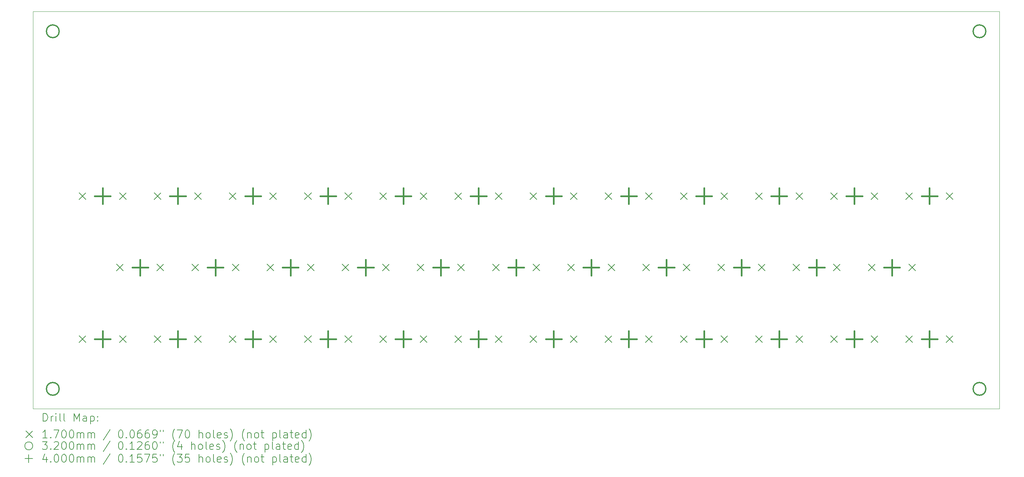
<source format=gbr>
%TF.GenerationSoftware,KiCad,Pcbnew,7.0.7-7.0.7~ubuntu22.04.1*%
%TF.CreationDate,2023-09-15T11:44:27+02:00*%
%TF.ProjectId,ek_right_hand_35_buttons,656b5f72-6967-4687-945f-68616e645f33,1.0*%
%TF.SameCoordinates,Original*%
%TF.FileFunction,Drillmap*%
%TF.FilePolarity,Positive*%
%FSLAX45Y45*%
G04 Gerber Fmt 4.5, Leading zero omitted, Abs format (unit mm)*
G04 Created by KiCad (PCBNEW 7.0.7-7.0.7~ubuntu22.04.1) date 2023-09-15 11:44:27*
%MOMM*%
%LPD*%
G01*
G04 APERTURE LIST*
%ADD10C,0.100000*%
%ADD11C,0.200000*%
%ADD12C,0.170000*%
%ADD13C,0.320000*%
%ADD14C,0.400000*%
G04 APERTURE END LIST*
D10*
X2213000Y-2900000D02*
X26513000Y-2900000D01*
X26513000Y-12900000D01*
X2213000Y-12900000D01*
X2213000Y-2900000D01*
D11*
D12*
X3372500Y-7462500D02*
X3542500Y-7632500D01*
X3542500Y-7462500D02*
X3372500Y-7632500D01*
X3372500Y-11062500D02*
X3542500Y-11232500D01*
X3542500Y-11062500D02*
X3372500Y-11232500D01*
X4317500Y-9262500D02*
X4487500Y-9432500D01*
X4487500Y-9262500D02*
X4317500Y-9432500D01*
X4388500Y-7462500D02*
X4558500Y-7632500D01*
X4558500Y-7462500D02*
X4388500Y-7632500D01*
X4388500Y-11062500D02*
X4558500Y-11232500D01*
X4558500Y-11062500D02*
X4388500Y-11232500D01*
X5262500Y-7462500D02*
X5432500Y-7632500D01*
X5432500Y-7462500D02*
X5262500Y-7632500D01*
X5262500Y-11062500D02*
X5432500Y-11232500D01*
X5432500Y-11062500D02*
X5262500Y-11232500D01*
X5333500Y-9262500D02*
X5503500Y-9432500D01*
X5503500Y-9262500D02*
X5333500Y-9432500D01*
X6207500Y-9262500D02*
X6377500Y-9432500D01*
X6377500Y-9262500D02*
X6207500Y-9432500D01*
X6278500Y-7462500D02*
X6448500Y-7632500D01*
X6448500Y-7462500D02*
X6278500Y-7632500D01*
X6278500Y-11062500D02*
X6448500Y-11232500D01*
X6448500Y-11062500D02*
X6278500Y-11232500D01*
X7152500Y-7462500D02*
X7322500Y-7632500D01*
X7322500Y-7462500D02*
X7152500Y-7632500D01*
X7152500Y-11062500D02*
X7322500Y-11232500D01*
X7322500Y-11062500D02*
X7152500Y-11232500D01*
X7223500Y-9262500D02*
X7393500Y-9432500D01*
X7393500Y-9262500D02*
X7223500Y-9432500D01*
X8097500Y-9262500D02*
X8267500Y-9432500D01*
X8267500Y-9262500D02*
X8097500Y-9432500D01*
X8168500Y-7462500D02*
X8338500Y-7632500D01*
X8338500Y-7462500D02*
X8168500Y-7632500D01*
X8168500Y-11062500D02*
X8338500Y-11232500D01*
X8338500Y-11062500D02*
X8168500Y-11232500D01*
X9042500Y-7462500D02*
X9212500Y-7632500D01*
X9212500Y-7462500D02*
X9042500Y-7632500D01*
X9042500Y-11062500D02*
X9212500Y-11232500D01*
X9212500Y-11062500D02*
X9042500Y-11232500D01*
X9113500Y-9262500D02*
X9283500Y-9432500D01*
X9283500Y-9262500D02*
X9113500Y-9432500D01*
X9987500Y-9262500D02*
X10157500Y-9432500D01*
X10157500Y-9262500D02*
X9987500Y-9432500D01*
X10058500Y-7462500D02*
X10228500Y-7632500D01*
X10228500Y-7462500D02*
X10058500Y-7632500D01*
X10058500Y-11062500D02*
X10228500Y-11232500D01*
X10228500Y-11062500D02*
X10058500Y-11232500D01*
X10932500Y-7462500D02*
X11102500Y-7632500D01*
X11102500Y-7462500D02*
X10932500Y-7632500D01*
X10932500Y-11062500D02*
X11102500Y-11232500D01*
X11102500Y-11062500D02*
X10932500Y-11232500D01*
X11003500Y-9262500D02*
X11173500Y-9432500D01*
X11173500Y-9262500D02*
X11003500Y-9432500D01*
X11877500Y-9262500D02*
X12047500Y-9432500D01*
X12047500Y-9262500D02*
X11877500Y-9432500D01*
X11948500Y-7462500D02*
X12118500Y-7632500D01*
X12118500Y-7462500D02*
X11948500Y-7632500D01*
X11948500Y-11062500D02*
X12118500Y-11232500D01*
X12118500Y-11062500D02*
X11948500Y-11232500D01*
X12822500Y-7462500D02*
X12992500Y-7632500D01*
X12992500Y-7462500D02*
X12822500Y-7632500D01*
X12822500Y-11062500D02*
X12992500Y-11232500D01*
X12992500Y-11062500D02*
X12822500Y-11232500D01*
X12893500Y-9262500D02*
X13063500Y-9432500D01*
X13063500Y-9262500D02*
X12893500Y-9432500D01*
X13767500Y-9262500D02*
X13937500Y-9432500D01*
X13937500Y-9262500D02*
X13767500Y-9432500D01*
X13838500Y-7462500D02*
X14008500Y-7632500D01*
X14008500Y-7462500D02*
X13838500Y-7632500D01*
X13838500Y-11062500D02*
X14008500Y-11232500D01*
X14008500Y-11062500D02*
X13838500Y-11232500D01*
X14712500Y-7462500D02*
X14882500Y-7632500D01*
X14882500Y-7462500D02*
X14712500Y-7632500D01*
X14712500Y-11062500D02*
X14882500Y-11232500D01*
X14882500Y-11062500D02*
X14712500Y-11232500D01*
X14783500Y-9262500D02*
X14953500Y-9432500D01*
X14953500Y-9262500D02*
X14783500Y-9432500D01*
X15657500Y-9262500D02*
X15827500Y-9432500D01*
X15827500Y-9262500D02*
X15657500Y-9432500D01*
X15728500Y-7462500D02*
X15898500Y-7632500D01*
X15898500Y-7462500D02*
X15728500Y-7632500D01*
X15728500Y-11062500D02*
X15898500Y-11232500D01*
X15898500Y-11062500D02*
X15728500Y-11232500D01*
X16602500Y-7462500D02*
X16772500Y-7632500D01*
X16772500Y-7462500D02*
X16602500Y-7632500D01*
X16602500Y-11062500D02*
X16772500Y-11232500D01*
X16772500Y-11062500D02*
X16602500Y-11232500D01*
X16673500Y-9262500D02*
X16843500Y-9432500D01*
X16843500Y-9262500D02*
X16673500Y-9432500D01*
X17547500Y-9262500D02*
X17717500Y-9432500D01*
X17717500Y-9262500D02*
X17547500Y-9432500D01*
X17618500Y-7462500D02*
X17788500Y-7632500D01*
X17788500Y-7462500D02*
X17618500Y-7632500D01*
X17618500Y-11062500D02*
X17788500Y-11232500D01*
X17788500Y-11062500D02*
X17618500Y-11232500D01*
X18492500Y-7462500D02*
X18662500Y-7632500D01*
X18662500Y-7462500D02*
X18492500Y-7632500D01*
X18492500Y-11062500D02*
X18662500Y-11232500D01*
X18662500Y-11062500D02*
X18492500Y-11232500D01*
X18563500Y-9262500D02*
X18733500Y-9432500D01*
X18733500Y-9262500D02*
X18563500Y-9432500D01*
X19437500Y-9262500D02*
X19607500Y-9432500D01*
X19607500Y-9262500D02*
X19437500Y-9432500D01*
X19508500Y-7462500D02*
X19678500Y-7632500D01*
X19678500Y-7462500D02*
X19508500Y-7632500D01*
X19508500Y-11062500D02*
X19678500Y-11232500D01*
X19678500Y-11062500D02*
X19508500Y-11232500D01*
X20382500Y-7462500D02*
X20552500Y-7632500D01*
X20552500Y-7462500D02*
X20382500Y-7632500D01*
X20382500Y-11062500D02*
X20552500Y-11232500D01*
X20552500Y-11062500D02*
X20382500Y-11232500D01*
X20453500Y-9262500D02*
X20623500Y-9432500D01*
X20623500Y-9262500D02*
X20453500Y-9432500D01*
X21327500Y-9262500D02*
X21497500Y-9432500D01*
X21497500Y-9262500D02*
X21327500Y-9432500D01*
X21398500Y-7462500D02*
X21568500Y-7632500D01*
X21568500Y-7462500D02*
X21398500Y-7632500D01*
X21398500Y-11062500D02*
X21568500Y-11232500D01*
X21568500Y-11062500D02*
X21398500Y-11232500D01*
X22272500Y-7462500D02*
X22442500Y-7632500D01*
X22442500Y-7462500D02*
X22272500Y-7632500D01*
X22272500Y-11062500D02*
X22442500Y-11232500D01*
X22442500Y-11062500D02*
X22272500Y-11232500D01*
X22343500Y-9262500D02*
X22513500Y-9432500D01*
X22513500Y-9262500D02*
X22343500Y-9432500D01*
X23217500Y-9262500D02*
X23387500Y-9432500D01*
X23387500Y-9262500D02*
X23217500Y-9432500D01*
X23288500Y-7462500D02*
X23458500Y-7632500D01*
X23458500Y-7462500D02*
X23288500Y-7632500D01*
X23288500Y-11062500D02*
X23458500Y-11232500D01*
X23458500Y-11062500D02*
X23288500Y-11232500D01*
X24162500Y-7462500D02*
X24332500Y-7632500D01*
X24332500Y-7462500D02*
X24162500Y-7632500D01*
X24162500Y-11062500D02*
X24332500Y-11232500D01*
X24332500Y-11062500D02*
X24162500Y-11232500D01*
X24233500Y-9262500D02*
X24403500Y-9432500D01*
X24403500Y-9262500D02*
X24233500Y-9432500D01*
X25178500Y-7462500D02*
X25348500Y-7632500D01*
X25348500Y-7462500D02*
X25178500Y-7632500D01*
X25178500Y-11062500D02*
X25348500Y-11232500D01*
X25348500Y-11062500D02*
X25178500Y-11232500D01*
D13*
X2873000Y-3400000D02*
G75*
G03*
X2873000Y-3400000I-160000J0D01*
G01*
X2873000Y-12400000D02*
G75*
G03*
X2873000Y-12400000I-160000J0D01*
G01*
X26173000Y-3400000D02*
G75*
G03*
X26173000Y-3400000I-160000J0D01*
G01*
X26173000Y-12400000D02*
G75*
G03*
X26173000Y-12400000I-160000J0D01*
G01*
D14*
X3965500Y-7347500D02*
X3965500Y-7747500D01*
X3765500Y-7547500D02*
X4165500Y-7547500D01*
X3965500Y-10947500D02*
X3965500Y-11347500D01*
X3765500Y-11147500D02*
X4165500Y-11147500D01*
X4910500Y-9147500D02*
X4910500Y-9547500D01*
X4710500Y-9347500D02*
X5110500Y-9347500D01*
X5855500Y-7347500D02*
X5855500Y-7747500D01*
X5655500Y-7547500D02*
X6055500Y-7547500D01*
X5855500Y-10947500D02*
X5855500Y-11347500D01*
X5655500Y-11147500D02*
X6055500Y-11147500D01*
X6800500Y-9147500D02*
X6800500Y-9547500D01*
X6600500Y-9347500D02*
X7000500Y-9347500D01*
X7745500Y-7347500D02*
X7745500Y-7747500D01*
X7545500Y-7547500D02*
X7945500Y-7547500D01*
X7745500Y-10947500D02*
X7745500Y-11347500D01*
X7545500Y-11147500D02*
X7945500Y-11147500D01*
X8690500Y-9147500D02*
X8690500Y-9547500D01*
X8490500Y-9347500D02*
X8890500Y-9347500D01*
X9635500Y-7347500D02*
X9635500Y-7747500D01*
X9435500Y-7547500D02*
X9835500Y-7547500D01*
X9635500Y-10947500D02*
X9635500Y-11347500D01*
X9435500Y-11147500D02*
X9835500Y-11147500D01*
X10580500Y-9147500D02*
X10580500Y-9547500D01*
X10380500Y-9347500D02*
X10780500Y-9347500D01*
X11525500Y-7347500D02*
X11525500Y-7747500D01*
X11325500Y-7547500D02*
X11725500Y-7547500D01*
X11525500Y-10947500D02*
X11525500Y-11347500D01*
X11325500Y-11147500D02*
X11725500Y-11147500D01*
X12470500Y-9147500D02*
X12470500Y-9547500D01*
X12270500Y-9347500D02*
X12670500Y-9347500D01*
X13415500Y-7347500D02*
X13415500Y-7747500D01*
X13215500Y-7547500D02*
X13615500Y-7547500D01*
X13415500Y-10947500D02*
X13415500Y-11347500D01*
X13215500Y-11147500D02*
X13615500Y-11147500D01*
X14360500Y-9147500D02*
X14360500Y-9547500D01*
X14160500Y-9347500D02*
X14560500Y-9347500D01*
X15305500Y-7347500D02*
X15305500Y-7747500D01*
X15105500Y-7547500D02*
X15505500Y-7547500D01*
X15305500Y-10947500D02*
X15305500Y-11347500D01*
X15105500Y-11147500D02*
X15505500Y-11147500D01*
X16250500Y-9147500D02*
X16250500Y-9547500D01*
X16050500Y-9347500D02*
X16450500Y-9347500D01*
X17195500Y-7347500D02*
X17195500Y-7747500D01*
X16995500Y-7547500D02*
X17395500Y-7547500D01*
X17195500Y-10947500D02*
X17195500Y-11347500D01*
X16995500Y-11147500D02*
X17395500Y-11147500D01*
X18140500Y-9147500D02*
X18140500Y-9547500D01*
X17940500Y-9347500D02*
X18340500Y-9347500D01*
X19085500Y-7347500D02*
X19085500Y-7747500D01*
X18885500Y-7547500D02*
X19285500Y-7547500D01*
X19085500Y-10947500D02*
X19085500Y-11347500D01*
X18885500Y-11147500D02*
X19285500Y-11147500D01*
X20030500Y-9147500D02*
X20030500Y-9547500D01*
X19830500Y-9347500D02*
X20230500Y-9347500D01*
X20975500Y-7347500D02*
X20975500Y-7747500D01*
X20775500Y-7547500D02*
X21175500Y-7547500D01*
X20975500Y-10947500D02*
X20975500Y-11347500D01*
X20775500Y-11147500D02*
X21175500Y-11147500D01*
X21920500Y-9147500D02*
X21920500Y-9547500D01*
X21720500Y-9347500D02*
X22120500Y-9347500D01*
X22865500Y-7347500D02*
X22865500Y-7747500D01*
X22665500Y-7547500D02*
X23065500Y-7547500D01*
X22865500Y-10947500D02*
X22865500Y-11347500D01*
X22665500Y-11147500D02*
X23065500Y-11147500D01*
X23810500Y-9147500D02*
X23810500Y-9547500D01*
X23610500Y-9347500D02*
X24010500Y-9347500D01*
X24755500Y-7347500D02*
X24755500Y-7747500D01*
X24555500Y-7547500D02*
X24955500Y-7547500D01*
X24755500Y-10947500D02*
X24755500Y-11347500D01*
X24555500Y-11147500D02*
X24955500Y-11147500D01*
D11*
X2468777Y-13216484D02*
X2468777Y-13016484D01*
X2468777Y-13016484D02*
X2516396Y-13016484D01*
X2516396Y-13016484D02*
X2544967Y-13026008D01*
X2544967Y-13026008D02*
X2564015Y-13045055D01*
X2564015Y-13045055D02*
X2573539Y-13064103D01*
X2573539Y-13064103D02*
X2583063Y-13102198D01*
X2583063Y-13102198D02*
X2583063Y-13130769D01*
X2583063Y-13130769D02*
X2573539Y-13168865D01*
X2573539Y-13168865D02*
X2564015Y-13187912D01*
X2564015Y-13187912D02*
X2544967Y-13206960D01*
X2544967Y-13206960D02*
X2516396Y-13216484D01*
X2516396Y-13216484D02*
X2468777Y-13216484D01*
X2668777Y-13216484D02*
X2668777Y-13083150D01*
X2668777Y-13121246D02*
X2678301Y-13102198D01*
X2678301Y-13102198D02*
X2687824Y-13092674D01*
X2687824Y-13092674D02*
X2706872Y-13083150D01*
X2706872Y-13083150D02*
X2725920Y-13083150D01*
X2792586Y-13216484D02*
X2792586Y-13083150D01*
X2792586Y-13016484D02*
X2783063Y-13026008D01*
X2783063Y-13026008D02*
X2792586Y-13035531D01*
X2792586Y-13035531D02*
X2802110Y-13026008D01*
X2802110Y-13026008D02*
X2792586Y-13016484D01*
X2792586Y-13016484D02*
X2792586Y-13035531D01*
X2916396Y-13216484D02*
X2897348Y-13206960D01*
X2897348Y-13206960D02*
X2887824Y-13187912D01*
X2887824Y-13187912D02*
X2887824Y-13016484D01*
X3021158Y-13216484D02*
X3002110Y-13206960D01*
X3002110Y-13206960D02*
X2992586Y-13187912D01*
X2992586Y-13187912D02*
X2992586Y-13016484D01*
X3249729Y-13216484D02*
X3249729Y-13016484D01*
X3249729Y-13016484D02*
X3316396Y-13159341D01*
X3316396Y-13159341D02*
X3383062Y-13016484D01*
X3383062Y-13016484D02*
X3383062Y-13216484D01*
X3564015Y-13216484D02*
X3564015Y-13111722D01*
X3564015Y-13111722D02*
X3554491Y-13092674D01*
X3554491Y-13092674D02*
X3535443Y-13083150D01*
X3535443Y-13083150D02*
X3497348Y-13083150D01*
X3497348Y-13083150D02*
X3478301Y-13092674D01*
X3564015Y-13206960D02*
X3544967Y-13216484D01*
X3544967Y-13216484D02*
X3497348Y-13216484D01*
X3497348Y-13216484D02*
X3478301Y-13206960D01*
X3478301Y-13206960D02*
X3468777Y-13187912D01*
X3468777Y-13187912D02*
X3468777Y-13168865D01*
X3468777Y-13168865D02*
X3478301Y-13149817D01*
X3478301Y-13149817D02*
X3497348Y-13140293D01*
X3497348Y-13140293D02*
X3544967Y-13140293D01*
X3544967Y-13140293D02*
X3564015Y-13130769D01*
X3659253Y-13083150D02*
X3659253Y-13283150D01*
X3659253Y-13092674D02*
X3678301Y-13083150D01*
X3678301Y-13083150D02*
X3716396Y-13083150D01*
X3716396Y-13083150D02*
X3735443Y-13092674D01*
X3735443Y-13092674D02*
X3744967Y-13102198D01*
X3744967Y-13102198D02*
X3754491Y-13121246D01*
X3754491Y-13121246D02*
X3754491Y-13178388D01*
X3754491Y-13178388D02*
X3744967Y-13197436D01*
X3744967Y-13197436D02*
X3735443Y-13206960D01*
X3735443Y-13206960D02*
X3716396Y-13216484D01*
X3716396Y-13216484D02*
X3678301Y-13216484D01*
X3678301Y-13216484D02*
X3659253Y-13206960D01*
X3840205Y-13197436D02*
X3849729Y-13206960D01*
X3849729Y-13206960D02*
X3840205Y-13216484D01*
X3840205Y-13216484D02*
X3830682Y-13206960D01*
X3830682Y-13206960D02*
X3840205Y-13197436D01*
X3840205Y-13197436D02*
X3840205Y-13216484D01*
X3840205Y-13092674D02*
X3849729Y-13102198D01*
X3849729Y-13102198D02*
X3840205Y-13111722D01*
X3840205Y-13111722D02*
X3830682Y-13102198D01*
X3830682Y-13102198D02*
X3840205Y-13092674D01*
X3840205Y-13092674D02*
X3840205Y-13111722D01*
D12*
X2038000Y-13460000D02*
X2208000Y-13630000D01*
X2208000Y-13460000D02*
X2038000Y-13630000D01*
D11*
X2573539Y-13636484D02*
X2459253Y-13636484D01*
X2516396Y-13636484D02*
X2516396Y-13436484D01*
X2516396Y-13436484D02*
X2497348Y-13465055D01*
X2497348Y-13465055D02*
X2478301Y-13484103D01*
X2478301Y-13484103D02*
X2459253Y-13493627D01*
X2659253Y-13617436D02*
X2668777Y-13626960D01*
X2668777Y-13626960D02*
X2659253Y-13636484D01*
X2659253Y-13636484D02*
X2649729Y-13626960D01*
X2649729Y-13626960D02*
X2659253Y-13617436D01*
X2659253Y-13617436D02*
X2659253Y-13636484D01*
X2735444Y-13436484D02*
X2868777Y-13436484D01*
X2868777Y-13436484D02*
X2783063Y-13636484D01*
X2983062Y-13436484D02*
X3002110Y-13436484D01*
X3002110Y-13436484D02*
X3021158Y-13446008D01*
X3021158Y-13446008D02*
X3030682Y-13455531D01*
X3030682Y-13455531D02*
X3040205Y-13474579D01*
X3040205Y-13474579D02*
X3049729Y-13512674D01*
X3049729Y-13512674D02*
X3049729Y-13560293D01*
X3049729Y-13560293D02*
X3040205Y-13598388D01*
X3040205Y-13598388D02*
X3030682Y-13617436D01*
X3030682Y-13617436D02*
X3021158Y-13626960D01*
X3021158Y-13626960D02*
X3002110Y-13636484D01*
X3002110Y-13636484D02*
X2983062Y-13636484D01*
X2983062Y-13636484D02*
X2964015Y-13626960D01*
X2964015Y-13626960D02*
X2954491Y-13617436D01*
X2954491Y-13617436D02*
X2944967Y-13598388D01*
X2944967Y-13598388D02*
X2935443Y-13560293D01*
X2935443Y-13560293D02*
X2935443Y-13512674D01*
X2935443Y-13512674D02*
X2944967Y-13474579D01*
X2944967Y-13474579D02*
X2954491Y-13455531D01*
X2954491Y-13455531D02*
X2964015Y-13446008D01*
X2964015Y-13446008D02*
X2983062Y-13436484D01*
X3173539Y-13436484D02*
X3192586Y-13436484D01*
X3192586Y-13436484D02*
X3211634Y-13446008D01*
X3211634Y-13446008D02*
X3221158Y-13455531D01*
X3221158Y-13455531D02*
X3230682Y-13474579D01*
X3230682Y-13474579D02*
X3240205Y-13512674D01*
X3240205Y-13512674D02*
X3240205Y-13560293D01*
X3240205Y-13560293D02*
X3230682Y-13598388D01*
X3230682Y-13598388D02*
X3221158Y-13617436D01*
X3221158Y-13617436D02*
X3211634Y-13626960D01*
X3211634Y-13626960D02*
X3192586Y-13636484D01*
X3192586Y-13636484D02*
X3173539Y-13636484D01*
X3173539Y-13636484D02*
X3154491Y-13626960D01*
X3154491Y-13626960D02*
X3144967Y-13617436D01*
X3144967Y-13617436D02*
X3135443Y-13598388D01*
X3135443Y-13598388D02*
X3125920Y-13560293D01*
X3125920Y-13560293D02*
X3125920Y-13512674D01*
X3125920Y-13512674D02*
X3135443Y-13474579D01*
X3135443Y-13474579D02*
X3144967Y-13455531D01*
X3144967Y-13455531D02*
X3154491Y-13446008D01*
X3154491Y-13446008D02*
X3173539Y-13436484D01*
X3325920Y-13636484D02*
X3325920Y-13503150D01*
X3325920Y-13522198D02*
X3335443Y-13512674D01*
X3335443Y-13512674D02*
X3354491Y-13503150D01*
X3354491Y-13503150D02*
X3383063Y-13503150D01*
X3383063Y-13503150D02*
X3402110Y-13512674D01*
X3402110Y-13512674D02*
X3411634Y-13531722D01*
X3411634Y-13531722D02*
X3411634Y-13636484D01*
X3411634Y-13531722D02*
X3421158Y-13512674D01*
X3421158Y-13512674D02*
X3440205Y-13503150D01*
X3440205Y-13503150D02*
X3468777Y-13503150D01*
X3468777Y-13503150D02*
X3487824Y-13512674D01*
X3487824Y-13512674D02*
X3497348Y-13531722D01*
X3497348Y-13531722D02*
X3497348Y-13636484D01*
X3592586Y-13636484D02*
X3592586Y-13503150D01*
X3592586Y-13522198D02*
X3602110Y-13512674D01*
X3602110Y-13512674D02*
X3621158Y-13503150D01*
X3621158Y-13503150D02*
X3649729Y-13503150D01*
X3649729Y-13503150D02*
X3668777Y-13512674D01*
X3668777Y-13512674D02*
X3678301Y-13531722D01*
X3678301Y-13531722D02*
X3678301Y-13636484D01*
X3678301Y-13531722D02*
X3687824Y-13512674D01*
X3687824Y-13512674D02*
X3706872Y-13503150D01*
X3706872Y-13503150D02*
X3735443Y-13503150D01*
X3735443Y-13503150D02*
X3754491Y-13512674D01*
X3754491Y-13512674D02*
X3764015Y-13531722D01*
X3764015Y-13531722D02*
X3764015Y-13636484D01*
X4154491Y-13426960D02*
X3983063Y-13684103D01*
X4411634Y-13436484D02*
X4430682Y-13436484D01*
X4430682Y-13436484D02*
X4449729Y-13446008D01*
X4449729Y-13446008D02*
X4459253Y-13455531D01*
X4459253Y-13455531D02*
X4468777Y-13474579D01*
X4468777Y-13474579D02*
X4478301Y-13512674D01*
X4478301Y-13512674D02*
X4478301Y-13560293D01*
X4478301Y-13560293D02*
X4468777Y-13598388D01*
X4468777Y-13598388D02*
X4459253Y-13617436D01*
X4459253Y-13617436D02*
X4449729Y-13626960D01*
X4449729Y-13626960D02*
X4430682Y-13636484D01*
X4430682Y-13636484D02*
X4411634Y-13636484D01*
X4411634Y-13636484D02*
X4392587Y-13626960D01*
X4392587Y-13626960D02*
X4383063Y-13617436D01*
X4383063Y-13617436D02*
X4373539Y-13598388D01*
X4373539Y-13598388D02*
X4364015Y-13560293D01*
X4364015Y-13560293D02*
X4364015Y-13512674D01*
X4364015Y-13512674D02*
X4373539Y-13474579D01*
X4373539Y-13474579D02*
X4383063Y-13455531D01*
X4383063Y-13455531D02*
X4392587Y-13446008D01*
X4392587Y-13446008D02*
X4411634Y-13436484D01*
X4564015Y-13617436D02*
X4573539Y-13626960D01*
X4573539Y-13626960D02*
X4564015Y-13636484D01*
X4564015Y-13636484D02*
X4554491Y-13626960D01*
X4554491Y-13626960D02*
X4564015Y-13617436D01*
X4564015Y-13617436D02*
X4564015Y-13636484D01*
X4697348Y-13436484D02*
X4716396Y-13436484D01*
X4716396Y-13436484D02*
X4735444Y-13446008D01*
X4735444Y-13446008D02*
X4744968Y-13455531D01*
X4744968Y-13455531D02*
X4754491Y-13474579D01*
X4754491Y-13474579D02*
X4764015Y-13512674D01*
X4764015Y-13512674D02*
X4764015Y-13560293D01*
X4764015Y-13560293D02*
X4754491Y-13598388D01*
X4754491Y-13598388D02*
X4744968Y-13617436D01*
X4744968Y-13617436D02*
X4735444Y-13626960D01*
X4735444Y-13626960D02*
X4716396Y-13636484D01*
X4716396Y-13636484D02*
X4697348Y-13636484D01*
X4697348Y-13636484D02*
X4678301Y-13626960D01*
X4678301Y-13626960D02*
X4668777Y-13617436D01*
X4668777Y-13617436D02*
X4659253Y-13598388D01*
X4659253Y-13598388D02*
X4649729Y-13560293D01*
X4649729Y-13560293D02*
X4649729Y-13512674D01*
X4649729Y-13512674D02*
X4659253Y-13474579D01*
X4659253Y-13474579D02*
X4668777Y-13455531D01*
X4668777Y-13455531D02*
X4678301Y-13446008D01*
X4678301Y-13446008D02*
X4697348Y-13436484D01*
X4935444Y-13436484D02*
X4897348Y-13436484D01*
X4897348Y-13436484D02*
X4878301Y-13446008D01*
X4878301Y-13446008D02*
X4868777Y-13455531D01*
X4868777Y-13455531D02*
X4849729Y-13484103D01*
X4849729Y-13484103D02*
X4840206Y-13522198D01*
X4840206Y-13522198D02*
X4840206Y-13598388D01*
X4840206Y-13598388D02*
X4849729Y-13617436D01*
X4849729Y-13617436D02*
X4859253Y-13626960D01*
X4859253Y-13626960D02*
X4878301Y-13636484D01*
X4878301Y-13636484D02*
X4916396Y-13636484D01*
X4916396Y-13636484D02*
X4935444Y-13626960D01*
X4935444Y-13626960D02*
X4944968Y-13617436D01*
X4944968Y-13617436D02*
X4954491Y-13598388D01*
X4954491Y-13598388D02*
X4954491Y-13550769D01*
X4954491Y-13550769D02*
X4944968Y-13531722D01*
X4944968Y-13531722D02*
X4935444Y-13522198D01*
X4935444Y-13522198D02*
X4916396Y-13512674D01*
X4916396Y-13512674D02*
X4878301Y-13512674D01*
X4878301Y-13512674D02*
X4859253Y-13522198D01*
X4859253Y-13522198D02*
X4849729Y-13531722D01*
X4849729Y-13531722D02*
X4840206Y-13550769D01*
X5125920Y-13436484D02*
X5087825Y-13436484D01*
X5087825Y-13436484D02*
X5068777Y-13446008D01*
X5068777Y-13446008D02*
X5059253Y-13455531D01*
X5059253Y-13455531D02*
X5040206Y-13484103D01*
X5040206Y-13484103D02*
X5030682Y-13522198D01*
X5030682Y-13522198D02*
X5030682Y-13598388D01*
X5030682Y-13598388D02*
X5040206Y-13617436D01*
X5040206Y-13617436D02*
X5049729Y-13626960D01*
X5049729Y-13626960D02*
X5068777Y-13636484D01*
X5068777Y-13636484D02*
X5106872Y-13636484D01*
X5106872Y-13636484D02*
X5125920Y-13626960D01*
X5125920Y-13626960D02*
X5135444Y-13617436D01*
X5135444Y-13617436D02*
X5144968Y-13598388D01*
X5144968Y-13598388D02*
X5144968Y-13550769D01*
X5144968Y-13550769D02*
X5135444Y-13531722D01*
X5135444Y-13531722D02*
X5125920Y-13522198D01*
X5125920Y-13522198D02*
X5106872Y-13512674D01*
X5106872Y-13512674D02*
X5068777Y-13512674D01*
X5068777Y-13512674D02*
X5049729Y-13522198D01*
X5049729Y-13522198D02*
X5040206Y-13531722D01*
X5040206Y-13531722D02*
X5030682Y-13550769D01*
X5240206Y-13636484D02*
X5278301Y-13636484D01*
X5278301Y-13636484D02*
X5297349Y-13626960D01*
X5297349Y-13626960D02*
X5306872Y-13617436D01*
X5306872Y-13617436D02*
X5325920Y-13588865D01*
X5325920Y-13588865D02*
X5335444Y-13550769D01*
X5335444Y-13550769D02*
X5335444Y-13474579D01*
X5335444Y-13474579D02*
X5325920Y-13455531D01*
X5325920Y-13455531D02*
X5316396Y-13446008D01*
X5316396Y-13446008D02*
X5297349Y-13436484D01*
X5297349Y-13436484D02*
X5259253Y-13436484D01*
X5259253Y-13436484D02*
X5240206Y-13446008D01*
X5240206Y-13446008D02*
X5230682Y-13455531D01*
X5230682Y-13455531D02*
X5221158Y-13474579D01*
X5221158Y-13474579D02*
X5221158Y-13522198D01*
X5221158Y-13522198D02*
X5230682Y-13541246D01*
X5230682Y-13541246D02*
X5240206Y-13550769D01*
X5240206Y-13550769D02*
X5259253Y-13560293D01*
X5259253Y-13560293D02*
X5297349Y-13560293D01*
X5297349Y-13560293D02*
X5316396Y-13550769D01*
X5316396Y-13550769D02*
X5325920Y-13541246D01*
X5325920Y-13541246D02*
X5335444Y-13522198D01*
X5411634Y-13436484D02*
X5411634Y-13474579D01*
X5487825Y-13436484D02*
X5487825Y-13474579D01*
X5783063Y-13712674D02*
X5773539Y-13703150D01*
X5773539Y-13703150D02*
X5754491Y-13674579D01*
X5754491Y-13674579D02*
X5744968Y-13655531D01*
X5744968Y-13655531D02*
X5735444Y-13626960D01*
X5735444Y-13626960D02*
X5725920Y-13579341D01*
X5725920Y-13579341D02*
X5725920Y-13541246D01*
X5725920Y-13541246D02*
X5735444Y-13493627D01*
X5735444Y-13493627D02*
X5744968Y-13465055D01*
X5744968Y-13465055D02*
X5754491Y-13446008D01*
X5754491Y-13446008D02*
X5773539Y-13417436D01*
X5773539Y-13417436D02*
X5783063Y-13407912D01*
X5840206Y-13436484D02*
X5973539Y-13436484D01*
X5973539Y-13436484D02*
X5887825Y-13636484D01*
X6087825Y-13436484D02*
X6106872Y-13436484D01*
X6106872Y-13436484D02*
X6125920Y-13446008D01*
X6125920Y-13446008D02*
X6135444Y-13455531D01*
X6135444Y-13455531D02*
X6144968Y-13474579D01*
X6144968Y-13474579D02*
X6154491Y-13512674D01*
X6154491Y-13512674D02*
X6154491Y-13560293D01*
X6154491Y-13560293D02*
X6144968Y-13598388D01*
X6144968Y-13598388D02*
X6135444Y-13617436D01*
X6135444Y-13617436D02*
X6125920Y-13626960D01*
X6125920Y-13626960D02*
X6106872Y-13636484D01*
X6106872Y-13636484D02*
X6087825Y-13636484D01*
X6087825Y-13636484D02*
X6068777Y-13626960D01*
X6068777Y-13626960D02*
X6059253Y-13617436D01*
X6059253Y-13617436D02*
X6049729Y-13598388D01*
X6049729Y-13598388D02*
X6040206Y-13560293D01*
X6040206Y-13560293D02*
X6040206Y-13512674D01*
X6040206Y-13512674D02*
X6049729Y-13474579D01*
X6049729Y-13474579D02*
X6059253Y-13455531D01*
X6059253Y-13455531D02*
X6068777Y-13446008D01*
X6068777Y-13446008D02*
X6087825Y-13436484D01*
X6392587Y-13636484D02*
X6392587Y-13436484D01*
X6478301Y-13636484D02*
X6478301Y-13531722D01*
X6478301Y-13531722D02*
X6468777Y-13512674D01*
X6468777Y-13512674D02*
X6449730Y-13503150D01*
X6449730Y-13503150D02*
X6421158Y-13503150D01*
X6421158Y-13503150D02*
X6402110Y-13512674D01*
X6402110Y-13512674D02*
X6392587Y-13522198D01*
X6602110Y-13636484D02*
X6583063Y-13626960D01*
X6583063Y-13626960D02*
X6573539Y-13617436D01*
X6573539Y-13617436D02*
X6564015Y-13598388D01*
X6564015Y-13598388D02*
X6564015Y-13541246D01*
X6564015Y-13541246D02*
X6573539Y-13522198D01*
X6573539Y-13522198D02*
X6583063Y-13512674D01*
X6583063Y-13512674D02*
X6602110Y-13503150D01*
X6602110Y-13503150D02*
X6630682Y-13503150D01*
X6630682Y-13503150D02*
X6649730Y-13512674D01*
X6649730Y-13512674D02*
X6659253Y-13522198D01*
X6659253Y-13522198D02*
X6668777Y-13541246D01*
X6668777Y-13541246D02*
X6668777Y-13598388D01*
X6668777Y-13598388D02*
X6659253Y-13617436D01*
X6659253Y-13617436D02*
X6649730Y-13626960D01*
X6649730Y-13626960D02*
X6630682Y-13636484D01*
X6630682Y-13636484D02*
X6602110Y-13636484D01*
X6783063Y-13636484D02*
X6764015Y-13626960D01*
X6764015Y-13626960D02*
X6754491Y-13607912D01*
X6754491Y-13607912D02*
X6754491Y-13436484D01*
X6935444Y-13626960D02*
X6916396Y-13636484D01*
X6916396Y-13636484D02*
X6878301Y-13636484D01*
X6878301Y-13636484D02*
X6859253Y-13626960D01*
X6859253Y-13626960D02*
X6849730Y-13607912D01*
X6849730Y-13607912D02*
X6849730Y-13531722D01*
X6849730Y-13531722D02*
X6859253Y-13512674D01*
X6859253Y-13512674D02*
X6878301Y-13503150D01*
X6878301Y-13503150D02*
X6916396Y-13503150D01*
X6916396Y-13503150D02*
X6935444Y-13512674D01*
X6935444Y-13512674D02*
X6944968Y-13531722D01*
X6944968Y-13531722D02*
X6944968Y-13550769D01*
X6944968Y-13550769D02*
X6849730Y-13569817D01*
X7021158Y-13626960D02*
X7040206Y-13636484D01*
X7040206Y-13636484D02*
X7078301Y-13636484D01*
X7078301Y-13636484D02*
X7097349Y-13626960D01*
X7097349Y-13626960D02*
X7106872Y-13607912D01*
X7106872Y-13607912D02*
X7106872Y-13598388D01*
X7106872Y-13598388D02*
X7097349Y-13579341D01*
X7097349Y-13579341D02*
X7078301Y-13569817D01*
X7078301Y-13569817D02*
X7049730Y-13569817D01*
X7049730Y-13569817D02*
X7030682Y-13560293D01*
X7030682Y-13560293D02*
X7021158Y-13541246D01*
X7021158Y-13541246D02*
X7021158Y-13531722D01*
X7021158Y-13531722D02*
X7030682Y-13512674D01*
X7030682Y-13512674D02*
X7049730Y-13503150D01*
X7049730Y-13503150D02*
X7078301Y-13503150D01*
X7078301Y-13503150D02*
X7097349Y-13512674D01*
X7173539Y-13712674D02*
X7183063Y-13703150D01*
X7183063Y-13703150D02*
X7202111Y-13674579D01*
X7202111Y-13674579D02*
X7211634Y-13655531D01*
X7211634Y-13655531D02*
X7221158Y-13626960D01*
X7221158Y-13626960D02*
X7230682Y-13579341D01*
X7230682Y-13579341D02*
X7230682Y-13541246D01*
X7230682Y-13541246D02*
X7221158Y-13493627D01*
X7221158Y-13493627D02*
X7211634Y-13465055D01*
X7211634Y-13465055D02*
X7202111Y-13446008D01*
X7202111Y-13446008D02*
X7183063Y-13417436D01*
X7183063Y-13417436D02*
X7173539Y-13407912D01*
X7535444Y-13712674D02*
X7525920Y-13703150D01*
X7525920Y-13703150D02*
X7506872Y-13674579D01*
X7506872Y-13674579D02*
X7497349Y-13655531D01*
X7497349Y-13655531D02*
X7487825Y-13626960D01*
X7487825Y-13626960D02*
X7478301Y-13579341D01*
X7478301Y-13579341D02*
X7478301Y-13541246D01*
X7478301Y-13541246D02*
X7487825Y-13493627D01*
X7487825Y-13493627D02*
X7497349Y-13465055D01*
X7497349Y-13465055D02*
X7506872Y-13446008D01*
X7506872Y-13446008D02*
X7525920Y-13417436D01*
X7525920Y-13417436D02*
X7535444Y-13407912D01*
X7611634Y-13503150D02*
X7611634Y-13636484D01*
X7611634Y-13522198D02*
X7621158Y-13512674D01*
X7621158Y-13512674D02*
X7640206Y-13503150D01*
X7640206Y-13503150D02*
X7668777Y-13503150D01*
X7668777Y-13503150D02*
X7687825Y-13512674D01*
X7687825Y-13512674D02*
X7697349Y-13531722D01*
X7697349Y-13531722D02*
X7697349Y-13636484D01*
X7821158Y-13636484D02*
X7802111Y-13626960D01*
X7802111Y-13626960D02*
X7792587Y-13617436D01*
X7792587Y-13617436D02*
X7783063Y-13598388D01*
X7783063Y-13598388D02*
X7783063Y-13541246D01*
X7783063Y-13541246D02*
X7792587Y-13522198D01*
X7792587Y-13522198D02*
X7802111Y-13512674D01*
X7802111Y-13512674D02*
X7821158Y-13503150D01*
X7821158Y-13503150D02*
X7849730Y-13503150D01*
X7849730Y-13503150D02*
X7868777Y-13512674D01*
X7868777Y-13512674D02*
X7878301Y-13522198D01*
X7878301Y-13522198D02*
X7887825Y-13541246D01*
X7887825Y-13541246D02*
X7887825Y-13598388D01*
X7887825Y-13598388D02*
X7878301Y-13617436D01*
X7878301Y-13617436D02*
X7868777Y-13626960D01*
X7868777Y-13626960D02*
X7849730Y-13636484D01*
X7849730Y-13636484D02*
X7821158Y-13636484D01*
X7944968Y-13503150D02*
X8021158Y-13503150D01*
X7973539Y-13436484D02*
X7973539Y-13607912D01*
X7973539Y-13607912D02*
X7983063Y-13626960D01*
X7983063Y-13626960D02*
X8002111Y-13636484D01*
X8002111Y-13636484D02*
X8021158Y-13636484D01*
X8240206Y-13503150D02*
X8240206Y-13703150D01*
X8240206Y-13512674D02*
X8259253Y-13503150D01*
X8259253Y-13503150D02*
X8297349Y-13503150D01*
X8297349Y-13503150D02*
X8316396Y-13512674D01*
X8316396Y-13512674D02*
X8325920Y-13522198D01*
X8325920Y-13522198D02*
X8335444Y-13541246D01*
X8335444Y-13541246D02*
X8335444Y-13598388D01*
X8335444Y-13598388D02*
X8325920Y-13617436D01*
X8325920Y-13617436D02*
X8316396Y-13626960D01*
X8316396Y-13626960D02*
X8297349Y-13636484D01*
X8297349Y-13636484D02*
X8259253Y-13636484D01*
X8259253Y-13636484D02*
X8240206Y-13626960D01*
X8449730Y-13636484D02*
X8430682Y-13626960D01*
X8430682Y-13626960D02*
X8421158Y-13607912D01*
X8421158Y-13607912D02*
X8421158Y-13436484D01*
X8611635Y-13636484D02*
X8611635Y-13531722D01*
X8611635Y-13531722D02*
X8602111Y-13512674D01*
X8602111Y-13512674D02*
X8583063Y-13503150D01*
X8583063Y-13503150D02*
X8544968Y-13503150D01*
X8544968Y-13503150D02*
X8525920Y-13512674D01*
X8611635Y-13626960D02*
X8592587Y-13636484D01*
X8592587Y-13636484D02*
X8544968Y-13636484D01*
X8544968Y-13636484D02*
X8525920Y-13626960D01*
X8525920Y-13626960D02*
X8516396Y-13607912D01*
X8516396Y-13607912D02*
X8516396Y-13588865D01*
X8516396Y-13588865D02*
X8525920Y-13569817D01*
X8525920Y-13569817D02*
X8544968Y-13560293D01*
X8544968Y-13560293D02*
X8592587Y-13560293D01*
X8592587Y-13560293D02*
X8611635Y-13550769D01*
X8678301Y-13503150D02*
X8754492Y-13503150D01*
X8706873Y-13436484D02*
X8706873Y-13607912D01*
X8706873Y-13607912D02*
X8716396Y-13626960D01*
X8716396Y-13626960D02*
X8735444Y-13636484D01*
X8735444Y-13636484D02*
X8754492Y-13636484D01*
X8897349Y-13626960D02*
X8878301Y-13636484D01*
X8878301Y-13636484D02*
X8840206Y-13636484D01*
X8840206Y-13636484D02*
X8821158Y-13626960D01*
X8821158Y-13626960D02*
X8811635Y-13607912D01*
X8811635Y-13607912D02*
X8811635Y-13531722D01*
X8811635Y-13531722D02*
X8821158Y-13512674D01*
X8821158Y-13512674D02*
X8840206Y-13503150D01*
X8840206Y-13503150D02*
X8878301Y-13503150D01*
X8878301Y-13503150D02*
X8897349Y-13512674D01*
X8897349Y-13512674D02*
X8906873Y-13531722D01*
X8906873Y-13531722D02*
X8906873Y-13550769D01*
X8906873Y-13550769D02*
X8811635Y-13569817D01*
X9078301Y-13636484D02*
X9078301Y-13436484D01*
X9078301Y-13626960D02*
X9059254Y-13636484D01*
X9059254Y-13636484D02*
X9021158Y-13636484D01*
X9021158Y-13636484D02*
X9002111Y-13626960D01*
X9002111Y-13626960D02*
X8992587Y-13617436D01*
X8992587Y-13617436D02*
X8983063Y-13598388D01*
X8983063Y-13598388D02*
X8983063Y-13541246D01*
X8983063Y-13541246D02*
X8992587Y-13522198D01*
X8992587Y-13522198D02*
X9002111Y-13512674D01*
X9002111Y-13512674D02*
X9021158Y-13503150D01*
X9021158Y-13503150D02*
X9059254Y-13503150D01*
X9059254Y-13503150D02*
X9078301Y-13512674D01*
X9154492Y-13712674D02*
X9164016Y-13703150D01*
X9164016Y-13703150D02*
X9183063Y-13674579D01*
X9183063Y-13674579D02*
X9192587Y-13655531D01*
X9192587Y-13655531D02*
X9202111Y-13626960D01*
X9202111Y-13626960D02*
X9211635Y-13579341D01*
X9211635Y-13579341D02*
X9211635Y-13541246D01*
X9211635Y-13541246D02*
X9202111Y-13493627D01*
X9202111Y-13493627D02*
X9192587Y-13465055D01*
X9192587Y-13465055D02*
X9183063Y-13446008D01*
X9183063Y-13446008D02*
X9164016Y-13417436D01*
X9164016Y-13417436D02*
X9154492Y-13407912D01*
X2208000Y-13835000D02*
G75*
G03*
X2208000Y-13835000I-100000J0D01*
G01*
X2449729Y-13726484D02*
X2573539Y-13726484D01*
X2573539Y-13726484D02*
X2506872Y-13802674D01*
X2506872Y-13802674D02*
X2535444Y-13802674D01*
X2535444Y-13802674D02*
X2554491Y-13812198D01*
X2554491Y-13812198D02*
X2564015Y-13821722D01*
X2564015Y-13821722D02*
X2573539Y-13840769D01*
X2573539Y-13840769D02*
X2573539Y-13888388D01*
X2573539Y-13888388D02*
X2564015Y-13907436D01*
X2564015Y-13907436D02*
X2554491Y-13916960D01*
X2554491Y-13916960D02*
X2535444Y-13926484D01*
X2535444Y-13926484D02*
X2478301Y-13926484D01*
X2478301Y-13926484D02*
X2459253Y-13916960D01*
X2459253Y-13916960D02*
X2449729Y-13907436D01*
X2659253Y-13907436D02*
X2668777Y-13916960D01*
X2668777Y-13916960D02*
X2659253Y-13926484D01*
X2659253Y-13926484D02*
X2649729Y-13916960D01*
X2649729Y-13916960D02*
X2659253Y-13907436D01*
X2659253Y-13907436D02*
X2659253Y-13926484D01*
X2744967Y-13745531D02*
X2754491Y-13736008D01*
X2754491Y-13736008D02*
X2773539Y-13726484D01*
X2773539Y-13726484D02*
X2821158Y-13726484D01*
X2821158Y-13726484D02*
X2840205Y-13736008D01*
X2840205Y-13736008D02*
X2849729Y-13745531D01*
X2849729Y-13745531D02*
X2859253Y-13764579D01*
X2859253Y-13764579D02*
X2859253Y-13783627D01*
X2859253Y-13783627D02*
X2849729Y-13812198D01*
X2849729Y-13812198D02*
X2735444Y-13926484D01*
X2735444Y-13926484D02*
X2859253Y-13926484D01*
X2983062Y-13726484D02*
X3002110Y-13726484D01*
X3002110Y-13726484D02*
X3021158Y-13736008D01*
X3021158Y-13736008D02*
X3030682Y-13745531D01*
X3030682Y-13745531D02*
X3040205Y-13764579D01*
X3040205Y-13764579D02*
X3049729Y-13802674D01*
X3049729Y-13802674D02*
X3049729Y-13850293D01*
X3049729Y-13850293D02*
X3040205Y-13888388D01*
X3040205Y-13888388D02*
X3030682Y-13907436D01*
X3030682Y-13907436D02*
X3021158Y-13916960D01*
X3021158Y-13916960D02*
X3002110Y-13926484D01*
X3002110Y-13926484D02*
X2983062Y-13926484D01*
X2983062Y-13926484D02*
X2964015Y-13916960D01*
X2964015Y-13916960D02*
X2954491Y-13907436D01*
X2954491Y-13907436D02*
X2944967Y-13888388D01*
X2944967Y-13888388D02*
X2935443Y-13850293D01*
X2935443Y-13850293D02*
X2935443Y-13802674D01*
X2935443Y-13802674D02*
X2944967Y-13764579D01*
X2944967Y-13764579D02*
X2954491Y-13745531D01*
X2954491Y-13745531D02*
X2964015Y-13736008D01*
X2964015Y-13736008D02*
X2983062Y-13726484D01*
X3173539Y-13726484D02*
X3192586Y-13726484D01*
X3192586Y-13726484D02*
X3211634Y-13736008D01*
X3211634Y-13736008D02*
X3221158Y-13745531D01*
X3221158Y-13745531D02*
X3230682Y-13764579D01*
X3230682Y-13764579D02*
X3240205Y-13802674D01*
X3240205Y-13802674D02*
X3240205Y-13850293D01*
X3240205Y-13850293D02*
X3230682Y-13888388D01*
X3230682Y-13888388D02*
X3221158Y-13907436D01*
X3221158Y-13907436D02*
X3211634Y-13916960D01*
X3211634Y-13916960D02*
X3192586Y-13926484D01*
X3192586Y-13926484D02*
X3173539Y-13926484D01*
X3173539Y-13926484D02*
X3154491Y-13916960D01*
X3154491Y-13916960D02*
X3144967Y-13907436D01*
X3144967Y-13907436D02*
X3135443Y-13888388D01*
X3135443Y-13888388D02*
X3125920Y-13850293D01*
X3125920Y-13850293D02*
X3125920Y-13802674D01*
X3125920Y-13802674D02*
X3135443Y-13764579D01*
X3135443Y-13764579D02*
X3144967Y-13745531D01*
X3144967Y-13745531D02*
X3154491Y-13736008D01*
X3154491Y-13736008D02*
X3173539Y-13726484D01*
X3325920Y-13926484D02*
X3325920Y-13793150D01*
X3325920Y-13812198D02*
X3335443Y-13802674D01*
X3335443Y-13802674D02*
X3354491Y-13793150D01*
X3354491Y-13793150D02*
X3383063Y-13793150D01*
X3383063Y-13793150D02*
X3402110Y-13802674D01*
X3402110Y-13802674D02*
X3411634Y-13821722D01*
X3411634Y-13821722D02*
X3411634Y-13926484D01*
X3411634Y-13821722D02*
X3421158Y-13802674D01*
X3421158Y-13802674D02*
X3440205Y-13793150D01*
X3440205Y-13793150D02*
X3468777Y-13793150D01*
X3468777Y-13793150D02*
X3487824Y-13802674D01*
X3487824Y-13802674D02*
X3497348Y-13821722D01*
X3497348Y-13821722D02*
X3497348Y-13926484D01*
X3592586Y-13926484D02*
X3592586Y-13793150D01*
X3592586Y-13812198D02*
X3602110Y-13802674D01*
X3602110Y-13802674D02*
X3621158Y-13793150D01*
X3621158Y-13793150D02*
X3649729Y-13793150D01*
X3649729Y-13793150D02*
X3668777Y-13802674D01*
X3668777Y-13802674D02*
X3678301Y-13821722D01*
X3678301Y-13821722D02*
X3678301Y-13926484D01*
X3678301Y-13821722D02*
X3687824Y-13802674D01*
X3687824Y-13802674D02*
X3706872Y-13793150D01*
X3706872Y-13793150D02*
X3735443Y-13793150D01*
X3735443Y-13793150D02*
X3754491Y-13802674D01*
X3754491Y-13802674D02*
X3764015Y-13821722D01*
X3764015Y-13821722D02*
X3764015Y-13926484D01*
X4154491Y-13716960D02*
X3983063Y-13974103D01*
X4411634Y-13726484D02*
X4430682Y-13726484D01*
X4430682Y-13726484D02*
X4449729Y-13736008D01*
X4449729Y-13736008D02*
X4459253Y-13745531D01*
X4459253Y-13745531D02*
X4468777Y-13764579D01*
X4468777Y-13764579D02*
X4478301Y-13802674D01*
X4478301Y-13802674D02*
X4478301Y-13850293D01*
X4478301Y-13850293D02*
X4468777Y-13888388D01*
X4468777Y-13888388D02*
X4459253Y-13907436D01*
X4459253Y-13907436D02*
X4449729Y-13916960D01*
X4449729Y-13916960D02*
X4430682Y-13926484D01*
X4430682Y-13926484D02*
X4411634Y-13926484D01*
X4411634Y-13926484D02*
X4392587Y-13916960D01*
X4392587Y-13916960D02*
X4383063Y-13907436D01*
X4383063Y-13907436D02*
X4373539Y-13888388D01*
X4373539Y-13888388D02*
X4364015Y-13850293D01*
X4364015Y-13850293D02*
X4364015Y-13802674D01*
X4364015Y-13802674D02*
X4373539Y-13764579D01*
X4373539Y-13764579D02*
X4383063Y-13745531D01*
X4383063Y-13745531D02*
X4392587Y-13736008D01*
X4392587Y-13736008D02*
X4411634Y-13726484D01*
X4564015Y-13907436D02*
X4573539Y-13916960D01*
X4573539Y-13916960D02*
X4564015Y-13926484D01*
X4564015Y-13926484D02*
X4554491Y-13916960D01*
X4554491Y-13916960D02*
X4564015Y-13907436D01*
X4564015Y-13907436D02*
X4564015Y-13926484D01*
X4764015Y-13926484D02*
X4649729Y-13926484D01*
X4706872Y-13926484D02*
X4706872Y-13726484D01*
X4706872Y-13726484D02*
X4687825Y-13755055D01*
X4687825Y-13755055D02*
X4668777Y-13774103D01*
X4668777Y-13774103D02*
X4649729Y-13783627D01*
X4840206Y-13745531D02*
X4849729Y-13736008D01*
X4849729Y-13736008D02*
X4868777Y-13726484D01*
X4868777Y-13726484D02*
X4916396Y-13726484D01*
X4916396Y-13726484D02*
X4935444Y-13736008D01*
X4935444Y-13736008D02*
X4944968Y-13745531D01*
X4944968Y-13745531D02*
X4954491Y-13764579D01*
X4954491Y-13764579D02*
X4954491Y-13783627D01*
X4954491Y-13783627D02*
X4944968Y-13812198D01*
X4944968Y-13812198D02*
X4830682Y-13926484D01*
X4830682Y-13926484D02*
X4954491Y-13926484D01*
X5125920Y-13726484D02*
X5087825Y-13726484D01*
X5087825Y-13726484D02*
X5068777Y-13736008D01*
X5068777Y-13736008D02*
X5059253Y-13745531D01*
X5059253Y-13745531D02*
X5040206Y-13774103D01*
X5040206Y-13774103D02*
X5030682Y-13812198D01*
X5030682Y-13812198D02*
X5030682Y-13888388D01*
X5030682Y-13888388D02*
X5040206Y-13907436D01*
X5040206Y-13907436D02*
X5049729Y-13916960D01*
X5049729Y-13916960D02*
X5068777Y-13926484D01*
X5068777Y-13926484D02*
X5106872Y-13926484D01*
X5106872Y-13926484D02*
X5125920Y-13916960D01*
X5125920Y-13916960D02*
X5135444Y-13907436D01*
X5135444Y-13907436D02*
X5144968Y-13888388D01*
X5144968Y-13888388D02*
X5144968Y-13840769D01*
X5144968Y-13840769D02*
X5135444Y-13821722D01*
X5135444Y-13821722D02*
X5125920Y-13812198D01*
X5125920Y-13812198D02*
X5106872Y-13802674D01*
X5106872Y-13802674D02*
X5068777Y-13802674D01*
X5068777Y-13802674D02*
X5049729Y-13812198D01*
X5049729Y-13812198D02*
X5040206Y-13821722D01*
X5040206Y-13821722D02*
X5030682Y-13840769D01*
X5268777Y-13726484D02*
X5287825Y-13726484D01*
X5287825Y-13726484D02*
X5306872Y-13736008D01*
X5306872Y-13736008D02*
X5316396Y-13745531D01*
X5316396Y-13745531D02*
X5325920Y-13764579D01*
X5325920Y-13764579D02*
X5335444Y-13802674D01*
X5335444Y-13802674D02*
X5335444Y-13850293D01*
X5335444Y-13850293D02*
X5325920Y-13888388D01*
X5325920Y-13888388D02*
X5316396Y-13907436D01*
X5316396Y-13907436D02*
X5306872Y-13916960D01*
X5306872Y-13916960D02*
X5287825Y-13926484D01*
X5287825Y-13926484D02*
X5268777Y-13926484D01*
X5268777Y-13926484D02*
X5249729Y-13916960D01*
X5249729Y-13916960D02*
X5240206Y-13907436D01*
X5240206Y-13907436D02*
X5230682Y-13888388D01*
X5230682Y-13888388D02*
X5221158Y-13850293D01*
X5221158Y-13850293D02*
X5221158Y-13802674D01*
X5221158Y-13802674D02*
X5230682Y-13764579D01*
X5230682Y-13764579D02*
X5240206Y-13745531D01*
X5240206Y-13745531D02*
X5249729Y-13736008D01*
X5249729Y-13736008D02*
X5268777Y-13726484D01*
X5411634Y-13726484D02*
X5411634Y-13764579D01*
X5487825Y-13726484D02*
X5487825Y-13764579D01*
X5783063Y-14002674D02*
X5773539Y-13993150D01*
X5773539Y-13993150D02*
X5754491Y-13964579D01*
X5754491Y-13964579D02*
X5744968Y-13945531D01*
X5744968Y-13945531D02*
X5735444Y-13916960D01*
X5735444Y-13916960D02*
X5725920Y-13869341D01*
X5725920Y-13869341D02*
X5725920Y-13831246D01*
X5725920Y-13831246D02*
X5735444Y-13783627D01*
X5735444Y-13783627D02*
X5744968Y-13755055D01*
X5744968Y-13755055D02*
X5754491Y-13736008D01*
X5754491Y-13736008D02*
X5773539Y-13707436D01*
X5773539Y-13707436D02*
X5783063Y-13697912D01*
X5944968Y-13793150D02*
X5944968Y-13926484D01*
X5897348Y-13716960D02*
X5849729Y-13859817D01*
X5849729Y-13859817D02*
X5973539Y-13859817D01*
X6202110Y-13926484D02*
X6202110Y-13726484D01*
X6287825Y-13926484D02*
X6287825Y-13821722D01*
X6287825Y-13821722D02*
X6278301Y-13802674D01*
X6278301Y-13802674D02*
X6259253Y-13793150D01*
X6259253Y-13793150D02*
X6230682Y-13793150D01*
X6230682Y-13793150D02*
X6211634Y-13802674D01*
X6211634Y-13802674D02*
X6202110Y-13812198D01*
X6411634Y-13926484D02*
X6392587Y-13916960D01*
X6392587Y-13916960D02*
X6383063Y-13907436D01*
X6383063Y-13907436D02*
X6373539Y-13888388D01*
X6373539Y-13888388D02*
X6373539Y-13831246D01*
X6373539Y-13831246D02*
X6383063Y-13812198D01*
X6383063Y-13812198D02*
X6392587Y-13802674D01*
X6392587Y-13802674D02*
X6411634Y-13793150D01*
X6411634Y-13793150D02*
X6440206Y-13793150D01*
X6440206Y-13793150D02*
X6459253Y-13802674D01*
X6459253Y-13802674D02*
X6468777Y-13812198D01*
X6468777Y-13812198D02*
X6478301Y-13831246D01*
X6478301Y-13831246D02*
X6478301Y-13888388D01*
X6478301Y-13888388D02*
X6468777Y-13907436D01*
X6468777Y-13907436D02*
X6459253Y-13916960D01*
X6459253Y-13916960D02*
X6440206Y-13926484D01*
X6440206Y-13926484D02*
X6411634Y-13926484D01*
X6592587Y-13926484D02*
X6573539Y-13916960D01*
X6573539Y-13916960D02*
X6564015Y-13897912D01*
X6564015Y-13897912D02*
X6564015Y-13726484D01*
X6744968Y-13916960D02*
X6725920Y-13926484D01*
X6725920Y-13926484D02*
X6687825Y-13926484D01*
X6687825Y-13926484D02*
X6668777Y-13916960D01*
X6668777Y-13916960D02*
X6659253Y-13897912D01*
X6659253Y-13897912D02*
X6659253Y-13821722D01*
X6659253Y-13821722D02*
X6668777Y-13802674D01*
X6668777Y-13802674D02*
X6687825Y-13793150D01*
X6687825Y-13793150D02*
X6725920Y-13793150D01*
X6725920Y-13793150D02*
X6744968Y-13802674D01*
X6744968Y-13802674D02*
X6754491Y-13821722D01*
X6754491Y-13821722D02*
X6754491Y-13840769D01*
X6754491Y-13840769D02*
X6659253Y-13859817D01*
X6830682Y-13916960D02*
X6849730Y-13926484D01*
X6849730Y-13926484D02*
X6887825Y-13926484D01*
X6887825Y-13926484D02*
X6906872Y-13916960D01*
X6906872Y-13916960D02*
X6916396Y-13897912D01*
X6916396Y-13897912D02*
X6916396Y-13888388D01*
X6916396Y-13888388D02*
X6906872Y-13869341D01*
X6906872Y-13869341D02*
X6887825Y-13859817D01*
X6887825Y-13859817D02*
X6859253Y-13859817D01*
X6859253Y-13859817D02*
X6840206Y-13850293D01*
X6840206Y-13850293D02*
X6830682Y-13831246D01*
X6830682Y-13831246D02*
X6830682Y-13821722D01*
X6830682Y-13821722D02*
X6840206Y-13802674D01*
X6840206Y-13802674D02*
X6859253Y-13793150D01*
X6859253Y-13793150D02*
X6887825Y-13793150D01*
X6887825Y-13793150D02*
X6906872Y-13802674D01*
X6983063Y-14002674D02*
X6992587Y-13993150D01*
X6992587Y-13993150D02*
X7011634Y-13964579D01*
X7011634Y-13964579D02*
X7021158Y-13945531D01*
X7021158Y-13945531D02*
X7030682Y-13916960D01*
X7030682Y-13916960D02*
X7040206Y-13869341D01*
X7040206Y-13869341D02*
X7040206Y-13831246D01*
X7040206Y-13831246D02*
X7030682Y-13783627D01*
X7030682Y-13783627D02*
X7021158Y-13755055D01*
X7021158Y-13755055D02*
X7011634Y-13736008D01*
X7011634Y-13736008D02*
X6992587Y-13707436D01*
X6992587Y-13707436D02*
X6983063Y-13697912D01*
X7344968Y-14002674D02*
X7335444Y-13993150D01*
X7335444Y-13993150D02*
X7316396Y-13964579D01*
X7316396Y-13964579D02*
X7306872Y-13945531D01*
X7306872Y-13945531D02*
X7297349Y-13916960D01*
X7297349Y-13916960D02*
X7287825Y-13869341D01*
X7287825Y-13869341D02*
X7287825Y-13831246D01*
X7287825Y-13831246D02*
X7297349Y-13783627D01*
X7297349Y-13783627D02*
X7306872Y-13755055D01*
X7306872Y-13755055D02*
X7316396Y-13736008D01*
X7316396Y-13736008D02*
X7335444Y-13707436D01*
X7335444Y-13707436D02*
X7344968Y-13697912D01*
X7421158Y-13793150D02*
X7421158Y-13926484D01*
X7421158Y-13812198D02*
X7430682Y-13802674D01*
X7430682Y-13802674D02*
X7449730Y-13793150D01*
X7449730Y-13793150D02*
X7478301Y-13793150D01*
X7478301Y-13793150D02*
X7497349Y-13802674D01*
X7497349Y-13802674D02*
X7506872Y-13821722D01*
X7506872Y-13821722D02*
X7506872Y-13926484D01*
X7630682Y-13926484D02*
X7611634Y-13916960D01*
X7611634Y-13916960D02*
X7602111Y-13907436D01*
X7602111Y-13907436D02*
X7592587Y-13888388D01*
X7592587Y-13888388D02*
X7592587Y-13831246D01*
X7592587Y-13831246D02*
X7602111Y-13812198D01*
X7602111Y-13812198D02*
X7611634Y-13802674D01*
X7611634Y-13802674D02*
X7630682Y-13793150D01*
X7630682Y-13793150D02*
X7659253Y-13793150D01*
X7659253Y-13793150D02*
X7678301Y-13802674D01*
X7678301Y-13802674D02*
X7687825Y-13812198D01*
X7687825Y-13812198D02*
X7697349Y-13831246D01*
X7697349Y-13831246D02*
X7697349Y-13888388D01*
X7697349Y-13888388D02*
X7687825Y-13907436D01*
X7687825Y-13907436D02*
X7678301Y-13916960D01*
X7678301Y-13916960D02*
X7659253Y-13926484D01*
X7659253Y-13926484D02*
X7630682Y-13926484D01*
X7754492Y-13793150D02*
X7830682Y-13793150D01*
X7783063Y-13726484D02*
X7783063Y-13897912D01*
X7783063Y-13897912D02*
X7792587Y-13916960D01*
X7792587Y-13916960D02*
X7811634Y-13926484D01*
X7811634Y-13926484D02*
X7830682Y-13926484D01*
X8049730Y-13793150D02*
X8049730Y-13993150D01*
X8049730Y-13802674D02*
X8068777Y-13793150D01*
X8068777Y-13793150D02*
X8106873Y-13793150D01*
X8106873Y-13793150D02*
X8125920Y-13802674D01*
X8125920Y-13802674D02*
X8135444Y-13812198D01*
X8135444Y-13812198D02*
X8144968Y-13831246D01*
X8144968Y-13831246D02*
X8144968Y-13888388D01*
X8144968Y-13888388D02*
X8135444Y-13907436D01*
X8135444Y-13907436D02*
X8125920Y-13916960D01*
X8125920Y-13916960D02*
X8106873Y-13926484D01*
X8106873Y-13926484D02*
X8068777Y-13926484D01*
X8068777Y-13926484D02*
X8049730Y-13916960D01*
X8259253Y-13926484D02*
X8240206Y-13916960D01*
X8240206Y-13916960D02*
X8230682Y-13897912D01*
X8230682Y-13897912D02*
X8230682Y-13726484D01*
X8421158Y-13926484D02*
X8421158Y-13821722D01*
X8421158Y-13821722D02*
X8411635Y-13802674D01*
X8411635Y-13802674D02*
X8392587Y-13793150D01*
X8392587Y-13793150D02*
X8354492Y-13793150D01*
X8354492Y-13793150D02*
X8335444Y-13802674D01*
X8421158Y-13916960D02*
X8402111Y-13926484D01*
X8402111Y-13926484D02*
X8354492Y-13926484D01*
X8354492Y-13926484D02*
X8335444Y-13916960D01*
X8335444Y-13916960D02*
X8325920Y-13897912D01*
X8325920Y-13897912D02*
X8325920Y-13878865D01*
X8325920Y-13878865D02*
X8335444Y-13859817D01*
X8335444Y-13859817D02*
X8354492Y-13850293D01*
X8354492Y-13850293D02*
X8402111Y-13850293D01*
X8402111Y-13850293D02*
X8421158Y-13840769D01*
X8487825Y-13793150D02*
X8564015Y-13793150D01*
X8516396Y-13726484D02*
X8516396Y-13897912D01*
X8516396Y-13897912D02*
X8525920Y-13916960D01*
X8525920Y-13916960D02*
X8544968Y-13926484D01*
X8544968Y-13926484D02*
X8564015Y-13926484D01*
X8706873Y-13916960D02*
X8687825Y-13926484D01*
X8687825Y-13926484D02*
X8649730Y-13926484D01*
X8649730Y-13926484D02*
X8630682Y-13916960D01*
X8630682Y-13916960D02*
X8621158Y-13897912D01*
X8621158Y-13897912D02*
X8621158Y-13821722D01*
X8621158Y-13821722D02*
X8630682Y-13802674D01*
X8630682Y-13802674D02*
X8649730Y-13793150D01*
X8649730Y-13793150D02*
X8687825Y-13793150D01*
X8687825Y-13793150D02*
X8706873Y-13802674D01*
X8706873Y-13802674D02*
X8716396Y-13821722D01*
X8716396Y-13821722D02*
X8716396Y-13840769D01*
X8716396Y-13840769D02*
X8621158Y-13859817D01*
X8887825Y-13926484D02*
X8887825Y-13726484D01*
X8887825Y-13916960D02*
X8868777Y-13926484D01*
X8868777Y-13926484D02*
X8830682Y-13926484D01*
X8830682Y-13926484D02*
X8811635Y-13916960D01*
X8811635Y-13916960D02*
X8802111Y-13907436D01*
X8802111Y-13907436D02*
X8792587Y-13888388D01*
X8792587Y-13888388D02*
X8792587Y-13831246D01*
X8792587Y-13831246D02*
X8802111Y-13812198D01*
X8802111Y-13812198D02*
X8811635Y-13802674D01*
X8811635Y-13802674D02*
X8830682Y-13793150D01*
X8830682Y-13793150D02*
X8868777Y-13793150D01*
X8868777Y-13793150D02*
X8887825Y-13802674D01*
X8964016Y-14002674D02*
X8973539Y-13993150D01*
X8973539Y-13993150D02*
X8992587Y-13964579D01*
X8992587Y-13964579D02*
X9002111Y-13945531D01*
X9002111Y-13945531D02*
X9011635Y-13916960D01*
X9011635Y-13916960D02*
X9021158Y-13869341D01*
X9021158Y-13869341D02*
X9021158Y-13831246D01*
X9021158Y-13831246D02*
X9011635Y-13783627D01*
X9011635Y-13783627D02*
X9002111Y-13755055D01*
X9002111Y-13755055D02*
X8992587Y-13736008D01*
X8992587Y-13736008D02*
X8973539Y-13707436D01*
X8973539Y-13707436D02*
X8964016Y-13697912D01*
X2108000Y-14055000D02*
X2108000Y-14255000D01*
X2008000Y-14155000D02*
X2208000Y-14155000D01*
X2554491Y-14113150D02*
X2554491Y-14246484D01*
X2506872Y-14036960D02*
X2459253Y-14179817D01*
X2459253Y-14179817D02*
X2583063Y-14179817D01*
X2659253Y-14227436D02*
X2668777Y-14236960D01*
X2668777Y-14236960D02*
X2659253Y-14246484D01*
X2659253Y-14246484D02*
X2649729Y-14236960D01*
X2649729Y-14236960D02*
X2659253Y-14227436D01*
X2659253Y-14227436D02*
X2659253Y-14246484D01*
X2792586Y-14046484D02*
X2811634Y-14046484D01*
X2811634Y-14046484D02*
X2830682Y-14056008D01*
X2830682Y-14056008D02*
X2840205Y-14065531D01*
X2840205Y-14065531D02*
X2849729Y-14084579D01*
X2849729Y-14084579D02*
X2859253Y-14122674D01*
X2859253Y-14122674D02*
X2859253Y-14170293D01*
X2859253Y-14170293D02*
X2849729Y-14208388D01*
X2849729Y-14208388D02*
X2840205Y-14227436D01*
X2840205Y-14227436D02*
X2830682Y-14236960D01*
X2830682Y-14236960D02*
X2811634Y-14246484D01*
X2811634Y-14246484D02*
X2792586Y-14246484D01*
X2792586Y-14246484D02*
X2773539Y-14236960D01*
X2773539Y-14236960D02*
X2764015Y-14227436D01*
X2764015Y-14227436D02*
X2754491Y-14208388D01*
X2754491Y-14208388D02*
X2744967Y-14170293D01*
X2744967Y-14170293D02*
X2744967Y-14122674D01*
X2744967Y-14122674D02*
X2754491Y-14084579D01*
X2754491Y-14084579D02*
X2764015Y-14065531D01*
X2764015Y-14065531D02*
X2773539Y-14056008D01*
X2773539Y-14056008D02*
X2792586Y-14046484D01*
X2983062Y-14046484D02*
X3002110Y-14046484D01*
X3002110Y-14046484D02*
X3021158Y-14056008D01*
X3021158Y-14056008D02*
X3030682Y-14065531D01*
X3030682Y-14065531D02*
X3040205Y-14084579D01*
X3040205Y-14084579D02*
X3049729Y-14122674D01*
X3049729Y-14122674D02*
X3049729Y-14170293D01*
X3049729Y-14170293D02*
X3040205Y-14208388D01*
X3040205Y-14208388D02*
X3030682Y-14227436D01*
X3030682Y-14227436D02*
X3021158Y-14236960D01*
X3021158Y-14236960D02*
X3002110Y-14246484D01*
X3002110Y-14246484D02*
X2983062Y-14246484D01*
X2983062Y-14246484D02*
X2964015Y-14236960D01*
X2964015Y-14236960D02*
X2954491Y-14227436D01*
X2954491Y-14227436D02*
X2944967Y-14208388D01*
X2944967Y-14208388D02*
X2935443Y-14170293D01*
X2935443Y-14170293D02*
X2935443Y-14122674D01*
X2935443Y-14122674D02*
X2944967Y-14084579D01*
X2944967Y-14084579D02*
X2954491Y-14065531D01*
X2954491Y-14065531D02*
X2964015Y-14056008D01*
X2964015Y-14056008D02*
X2983062Y-14046484D01*
X3173539Y-14046484D02*
X3192586Y-14046484D01*
X3192586Y-14046484D02*
X3211634Y-14056008D01*
X3211634Y-14056008D02*
X3221158Y-14065531D01*
X3221158Y-14065531D02*
X3230682Y-14084579D01*
X3230682Y-14084579D02*
X3240205Y-14122674D01*
X3240205Y-14122674D02*
X3240205Y-14170293D01*
X3240205Y-14170293D02*
X3230682Y-14208388D01*
X3230682Y-14208388D02*
X3221158Y-14227436D01*
X3221158Y-14227436D02*
X3211634Y-14236960D01*
X3211634Y-14236960D02*
X3192586Y-14246484D01*
X3192586Y-14246484D02*
X3173539Y-14246484D01*
X3173539Y-14246484D02*
X3154491Y-14236960D01*
X3154491Y-14236960D02*
X3144967Y-14227436D01*
X3144967Y-14227436D02*
X3135443Y-14208388D01*
X3135443Y-14208388D02*
X3125920Y-14170293D01*
X3125920Y-14170293D02*
X3125920Y-14122674D01*
X3125920Y-14122674D02*
X3135443Y-14084579D01*
X3135443Y-14084579D02*
X3144967Y-14065531D01*
X3144967Y-14065531D02*
X3154491Y-14056008D01*
X3154491Y-14056008D02*
X3173539Y-14046484D01*
X3325920Y-14246484D02*
X3325920Y-14113150D01*
X3325920Y-14132198D02*
X3335443Y-14122674D01*
X3335443Y-14122674D02*
X3354491Y-14113150D01*
X3354491Y-14113150D02*
X3383063Y-14113150D01*
X3383063Y-14113150D02*
X3402110Y-14122674D01*
X3402110Y-14122674D02*
X3411634Y-14141722D01*
X3411634Y-14141722D02*
X3411634Y-14246484D01*
X3411634Y-14141722D02*
X3421158Y-14122674D01*
X3421158Y-14122674D02*
X3440205Y-14113150D01*
X3440205Y-14113150D02*
X3468777Y-14113150D01*
X3468777Y-14113150D02*
X3487824Y-14122674D01*
X3487824Y-14122674D02*
X3497348Y-14141722D01*
X3497348Y-14141722D02*
X3497348Y-14246484D01*
X3592586Y-14246484D02*
X3592586Y-14113150D01*
X3592586Y-14132198D02*
X3602110Y-14122674D01*
X3602110Y-14122674D02*
X3621158Y-14113150D01*
X3621158Y-14113150D02*
X3649729Y-14113150D01*
X3649729Y-14113150D02*
X3668777Y-14122674D01*
X3668777Y-14122674D02*
X3678301Y-14141722D01*
X3678301Y-14141722D02*
X3678301Y-14246484D01*
X3678301Y-14141722D02*
X3687824Y-14122674D01*
X3687824Y-14122674D02*
X3706872Y-14113150D01*
X3706872Y-14113150D02*
X3735443Y-14113150D01*
X3735443Y-14113150D02*
X3754491Y-14122674D01*
X3754491Y-14122674D02*
X3764015Y-14141722D01*
X3764015Y-14141722D02*
X3764015Y-14246484D01*
X4154491Y-14036960D02*
X3983063Y-14294103D01*
X4411634Y-14046484D02*
X4430682Y-14046484D01*
X4430682Y-14046484D02*
X4449729Y-14056008D01*
X4449729Y-14056008D02*
X4459253Y-14065531D01*
X4459253Y-14065531D02*
X4468777Y-14084579D01*
X4468777Y-14084579D02*
X4478301Y-14122674D01*
X4478301Y-14122674D02*
X4478301Y-14170293D01*
X4478301Y-14170293D02*
X4468777Y-14208388D01*
X4468777Y-14208388D02*
X4459253Y-14227436D01*
X4459253Y-14227436D02*
X4449729Y-14236960D01*
X4449729Y-14236960D02*
X4430682Y-14246484D01*
X4430682Y-14246484D02*
X4411634Y-14246484D01*
X4411634Y-14246484D02*
X4392587Y-14236960D01*
X4392587Y-14236960D02*
X4383063Y-14227436D01*
X4383063Y-14227436D02*
X4373539Y-14208388D01*
X4373539Y-14208388D02*
X4364015Y-14170293D01*
X4364015Y-14170293D02*
X4364015Y-14122674D01*
X4364015Y-14122674D02*
X4373539Y-14084579D01*
X4373539Y-14084579D02*
X4383063Y-14065531D01*
X4383063Y-14065531D02*
X4392587Y-14056008D01*
X4392587Y-14056008D02*
X4411634Y-14046484D01*
X4564015Y-14227436D02*
X4573539Y-14236960D01*
X4573539Y-14236960D02*
X4564015Y-14246484D01*
X4564015Y-14246484D02*
X4554491Y-14236960D01*
X4554491Y-14236960D02*
X4564015Y-14227436D01*
X4564015Y-14227436D02*
X4564015Y-14246484D01*
X4764015Y-14246484D02*
X4649729Y-14246484D01*
X4706872Y-14246484D02*
X4706872Y-14046484D01*
X4706872Y-14046484D02*
X4687825Y-14075055D01*
X4687825Y-14075055D02*
X4668777Y-14094103D01*
X4668777Y-14094103D02*
X4649729Y-14103627D01*
X4944968Y-14046484D02*
X4849729Y-14046484D01*
X4849729Y-14046484D02*
X4840206Y-14141722D01*
X4840206Y-14141722D02*
X4849729Y-14132198D01*
X4849729Y-14132198D02*
X4868777Y-14122674D01*
X4868777Y-14122674D02*
X4916396Y-14122674D01*
X4916396Y-14122674D02*
X4935444Y-14132198D01*
X4935444Y-14132198D02*
X4944968Y-14141722D01*
X4944968Y-14141722D02*
X4954491Y-14160769D01*
X4954491Y-14160769D02*
X4954491Y-14208388D01*
X4954491Y-14208388D02*
X4944968Y-14227436D01*
X4944968Y-14227436D02*
X4935444Y-14236960D01*
X4935444Y-14236960D02*
X4916396Y-14246484D01*
X4916396Y-14246484D02*
X4868777Y-14246484D01*
X4868777Y-14246484D02*
X4849729Y-14236960D01*
X4849729Y-14236960D02*
X4840206Y-14227436D01*
X5021158Y-14046484D02*
X5154491Y-14046484D01*
X5154491Y-14046484D02*
X5068777Y-14246484D01*
X5325920Y-14046484D02*
X5230682Y-14046484D01*
X5230682Y-14046484D02*
X5221158Y-14141722D01*
X5221158Y-14141722D02*
X5230682Y-14132198D01*
X5230682Y-14132198D02*
X5249729Y-14122674D01*
X5249729Y-14122674D02*
X5297349Y-14122674D01*
X5297349Y-14122674D02*
X5316396Y-14132198D01*
X5316396Y-14132198D02*
X5325920Y-14141722D01*
X5325920Y-14141722D02*
X5335444Y-14160769D01*
X5335444Y-14160769D02*
X5335444Y-14208388D01*
X5335444Y-14208388D02*
X5325920Y-14227436D01*
X5325920Y-14227436D02*
X5316396Y-14236960D01*
X5316396Y-14236960D02*
X5297349Y-14246484D01*
X5297349Y-14246484D02*
X5249729Y-14246484D01*
X5249729Y-14246484D02*
X5230682Y-14236960D01*
X5230682Y-14236960D02*
X5221158Y-14227436D01*
X5411634Y-14046484D02*
X5411634Y-14084579D01*
X5487825Y-14046484D02*
X5487825Y-14084579D01*
X5783063Y-14322674D02*
X5773539Y-14313150D01*
X5773539Y-14313150D02*
X5754491Y-14284579D01*
X5754491Y-14284579D02*
X5744968Y-14265531D01*
X5744968Y-14265531D02*
X5735444Y-14236960D01*
X5735444Y-14236960D02*
X5725920Y-14189341D01*
X5725920Y-14189341D02*
X5725920Y-14151246D01*
X5725920Y-14151246D02*
X5735444Y-14103627D01*
X5735444Y-14103627D02*
X5744968Y-14075055D01*
X5744968Y-14075055D02*
X5754491Y-14056008D01*
X5754491Y-14056008D02*
X5773539Y-14027436D01*
X5773539Y-14027436D02*
X5783063Y-14017912D01*
X5840206Y-14046484D02*
X5964015Y-14046484D01*
X5964015Y-14046484D02*
X5897348Y-14122674D01*
X5897348Y-14122674D02*
X5925920Y-14122674D01*
X5925920Y-14122674D02*
X5944968Y-14132198D01*
X5944968Y-14132198D02*
X5954491Y-14141722D01*
X5954491Y-14141722D02*
X5964015Y-14160769D01*
X5964015Y-14160769D02*
X5964015Y-14208388D01*
X5964015Y-14208388D02*
X5954491Y-14227436D01*
X5954491Y-14227436D02*
X5944968Y-14236960D01*
X5944968Y-14236960D02*
X5925920Y-14246484D01*
X5925920Y-14246484D02*
X5868777Y-14246484D01*
X5868777Y-14246484D02*
X5849729Y-14236960D01*
X5849729Y-14236960D02*
X5840206Y-14227436D01*
X6144968Y-14046484D02*
X6049729Y-14046484D01*
X6049729Y-14046484D02*
X6040206Y-14141722D01*
X6040206Y-14141722D02*
X6049729Y-14132198D01*
X6049729Y-14132198D02*
X6068777Y-14122674D01*
X6068777Y-14122674D02*
X6116396Y-14122674D01*
X6116396Y-14122674D02*
X6135444Y-14132198D01*
X6135444Y-14132198D02*
X6144968Y-14141722D01*
X6144968Y-14141722D02*
X6154491Y-14160769D01*
X6154491Y-14160769D02*
X6154491Y-14208388D01*
X6154491Y-14208388D02*
X6144968Y-14227436D01*
X6144968Y-14227436D02*
X6135444Y-14236960D01*
X6135444Y-14236960D02*
X6116396Y-14246484D01*
X6116396Y-14246484D02*
X6068777Y-14246484D01*
X6068777Y-14246484D02*
X6049729Y-14236960D01*
X6049729Y-14236960D02*
X6040206Y-14227436D01*
X6392587Y-14246484D02*
X6392587Y-14046484D01*
X6478301Y-14246484D02*
X6478301Y-14141722D01*
X6478301Y-14141722D02*
X6468777Y-14122674D01*
X6468777Y-14122674D02*
X6449730Y-14113150D01*
X6449730Y-14113150D02*
X6421158Y-14113150D01*
X6421158Y-14113150D02*
X6402110Y-14122674D01*
X6402110Y-14122674D02*
X6392587Y-14132198D01*
X6602110Y-14246484D02*
X6583063Y-14236960D01*
X6583063Y-14236960D02*
X6573539Y-14227436D01*
X6573539Y-14227436D02*
X6564015Y-14208388D01*
X6564015Y-14208388D02*
X6564015Y-14151246D01*
X6564015Y-14151246D02*
X6573539Y-14132198D01*
X6573539Y-14132198D02*
X6583063Y-14122674D01*
X6583063Y-14122674D02*
X6602110Y-14113150D01*
X6602110Y-14113150D02*
X6630682Y-14113150D01*
X6630682Y-14113150D02*
X6649730Y-14122674D01*
X6649730Y-14122674D02*
X6659253Y-14132198D01*
X6659253Y-14132198D02*
X6668777Y-14151246D01*
X6668777Y-14151246D02*
X6668777Y-14208388D01*
X6668777Y-14208388D02*
X6659253Y-14227436D01*
X6659253Y-14227436D02*
X6649730Y-14236960D01*
X6649730Y-14236960D02*
X6630682Y-14246484D01*
X6630682Y-14246484D02*
X6602110Y-14246484D01*
X6783063Y-14246484D02*
X6764015Y-14236960D01*
X6764015Y-14236960D02*
X6754491Y-14217912D01*
X6754491Y-14217912D02*
X6754491Y-14046484D01*
X6935444Y-14236960D02*
X6916396Y-14246484D01*
X6916396Y-14246484D02*
X6878301Y-14246484D01*
X6878301Y-14246484D02*
X6859253Y-14236960D01*
X6859253Y-14236960D02*
X6849730Y-14217912D01*
X6849730Y-14217912D02*
X6849730Y-14141722D01*
X6849730Y-14141722D02*
X6859253Y-14122674D01*
X6859253Y-14122674D02*
X6878301Y-14113150D01*
X6878301Y-14113150D02*
X6916396Y-14113150D01*
X6916396Y-14113150D02*
X6935444Y-14122674D01*
X6935444Y-14122674D02*
X6944968Y-14141722D01*
X6944968Y-14141722D02*
X6944968Y-14160769D01*
X6944968Y-14160769D02*
X6849730Y-14179817D01*
X7021158Y-14236960D02*
X7040206Y-14246484D01*
X7040206Y-14246484D02*
X7078301Y-14246484D01*
X7078301Y-14246484D02*
X7097349Y-14236960D01*
X7097349Y-14236960D02*
X7106872Y-14217912D01*
X7106872Y-14217912D02*
X7106872Y-14208388D01*
X7106872Y-14208388D02*
X7097349Y-14189341D01*
X7097349Y-14189341D02*
X7078301Y-14179817D01*
X7078301Y-14179817D02*
X7049730Y-14179817D01*
X7049730Y-14179817D02*
X7030682Y-14170293D01*
X7030682Y-14170293D02*
X7021158Y-14151246D01*
X7021158Y-14151246D02*
X7021158Y-14141722D01*
X7021158Y-14141722D02*
X7030682Y-14122674D01*
X7030682Y-14122674D02*
X7049730Y-14113150D01*
X7049730Y-14113150D02*
X7078301Y-14113150D01*
X7078301Y-14113150D02*
X7097349Y-14122674D01*
X7173539Y-14322674D02*
X7183063Y-14313150D01*
X7183063Y-14313150D02*
X7202111Y-14284579D01*
X7202111Y-14284579D02*
X7211634Y-14265531D01*
X7211634Y-14265531D02*
X7221158Y-14236960D01*
X7221158Y-14236960D02*
X7230682Y-14189341D01*
X7230682Y-14189341D02*
X7230682Y-14151246D01*
X7230682Y-14151246D02*
X7221158Y-14103627D01*
X7221158Y-14103627D02*
X7211634Y-14075055D01*
X7211634Y-14075055D02*
X7202111Y-14056008D01*
X7202111Y-14056008D02*
X7183063Y-14027436D01*
X7183063Y-14027436D02*
X7173539Y-14017912D01*
X7535444Y-14322674D02*
X7525920Y-14313150D01*
X7525920Y-14313150D02*
X7506872Y-14284579D01*
X7506872Y-14284579D02*
X7497349Y-14265531D01*
X7497349Y-14265531D02*
X7487825Y-14236960D01*
X7487825Y-14236960D02*
X7478301Y-14189341D01*
X7478301Y-14189341D02*
X7478301Y-14151246D01*
X7478301Y-14151246D02*
X7487825Y-14103627D01*
X7487825Y-14103627D02*
X7497349Y-14075055D01*
X7497349Y-14075055D02*
X7506872Y-14056008D01*
X7506872Y-14056008D02*
X7525920Y-14027436D01*
X7525920Y-14027436D02*
X7535444Y-14017912D01*
X7611634Y-14113150D02*
X7611634Y-14246484D01*
X7611634Y-14132198D02*
X7621158Y-14122674D01*
X7621158Y-14122674D02*
X7640206Y-14113150D01*
X7640206Y-14113150D02*
X7668777Y-14113150D01*
X7668777Y-14113150D02*
X7687825Y-14122674D01*
X7687825Y-14122674D02*
X7697349Y-14141722D01*
X7697349Y-14141722D02*
X7697349Y-14246484D01*
X7821158Y-14246484D02*
X7802111Y-14236960D01*
X7802111Y-14236960D02*
X7792587Y-14227436D01*
X7792587Y-14227436D02*
X7783063Y-14208388D01*
X7783063Y-14208388D02*
X7783063Y-14151246D01*
X7783063Y-14151246D02*
X7792587Y-14132198D01*
X7792587Y-14132198D02*
X7802111Y-14122674D01*
X7802111Y-14122674D02*
X7821158Y-14113150D01*
X7821158Y-14113150D02*
X7849730Y-14113150D01*
X7849730Y-14113150D02*
X7868777Y-14122674D01*
X7868777Y-14122674D02*
X7878301Y-14132198D01*
X7878301Y-14132198D02*
X7887825Y-14151246D01*
X7887825Y-14151246D02*
X7887825Y-14208388D01*
X7887825Y-14208388D02*
X7878301Y-14227436D01*
X7878301Y-14227436D02*
X7868777Y-14236960D01*
X7868777Y-14236960D02*
X7849730Y-14246484D01*
X7849730Y-14246484D02*
X7821158Y-14246484D01*
X7944968Y-14113150D02*
X8021158Y-14113150D01*
X7973539Y-14046484D02*
X7973539Y-14217912D01*
X7973539Y-14217912D02*
X7983063Y-14236960D01*
X7983063Y-14236960D02*
X8002111Y-14246484D01*
X8002111Y-14246484D02*
X8021158Y-14246484D01*
X8240206Y-14113150D02*
X8240206Y-14313150D01*
X8240206Y-14122674D02*
X8259253Y-14113150D01*
X8259253Y-14113150D02*
X8297349Y-14113150D01*
X8297349Y-14113150D02*
X8316396Y-14122674D01*
X8316396Y-14122674D02*
X8325920Y-14132198D01*
X8325920Y-14132198D02*
X8335444Y-14151246D01*
X8335444Y-14151246D02*
X8335444Y-14208388D01*
X8335444Y-14208388D02*
X8325920Y-14227436D01*
X8325920Y-14227436D02*
X8316396Y-14236960D01*
X8316396Y-14236960D02*
X8297349Y-14246484D01*
X8297349Y-14246484D02*
X8259253Y-14246484D01*
X8259253Y-14246484D02*
X8240206Y-14236960D01*
X8449730Y-14246484D02*
X8430682Y-14236960D01*
X8430682Y-14236960D02*
X8421158Y-14217912D01*
X8421158Y-14217912D02*
X8421158Y-14046484D01*
X8611635Y-14246484D02*
X8611635Y-14141722D01*
X8611635Y-14141722D02*
X8602111Y-14122674D01*
X8602111Y-14122674D02*
X8583063Y-14113150D01*
X8583063Y-14113150D02*
X8544968Y-14113150D01*
X8544968Y-14113150D02*
X8525920Y-14122674D01*
X8611635Y-14236960D02*
X8592587Y-14246484D01*
X8592587Y-14246484D02*
X8544968Y-14246484D01*
X8544968Y-14246484D02*
X8525920Y-14236960D01*
X8525920Y-14236960D02*
X8516396Y-14217912D01*
X8516396Y-14217912D02*
X8516396Y-14198865D01*
X8516396Y-14198865D02*
X8525920Y-14179817D01*
X8525920Y-14179817D02*
X8544968Y-14170293D01*
X8544968Y-14170293D02*
X8592587Y-14170293D01*
X8592587Y-14170293D02*
X8611635Y-14160769D01*
X8678301Y-14113150D02*
X8754492Y-14113150D01*
X8706873Y-14046484D02*
X8706873Y-14217912D01*
X8706873Y-14217912D02*
X8716396Y-14236960D01*
X8716396Y-14236960D02*
X8735444Y-14246484D01*
X8735444Y-14246484D02*
X8754492Y-14246484D01*
X8897349Y-14236960D02*
X8878301Y-14246484D01*
X8878301Y-14246484D02*
X8840206Y-14246484D01*
X8840206Y-14246484D02*
X8821158Y-14236960D01*
X8821158Y-14236960D02*
X8811635Y-14217912D01*
X8811635Y-14217912D02*
X8811635Y-14141722D01*
X8811635Y-14141722D02*
X8821158Y-14122674D01*
X8821158Y-14122674D02*
X8840206Y-14113150D01*
X8840206Y-14113150D02*
X8878301Y-14113150D01*
X8878301Y-14113150D02*
X8897349Y-14122674D01*
X8897349Y-14122674D02*
X8906873Y-14141722D01*
X8906873Y-14141722D02*
X8906873Y-14160769D01*
X8906873Y-14160769D02*
X8811635Y-14179817D01*
X9078301Y-14246484D02*
X9078301Y-14046484D01*
X9078301Y-14236960D02*
X9059254Y-14246484D01*
X9059254Y-14246484D02*
X9021158Y-14246484D01*
X9021158Y-14246484D02*
X9002111Y-14236960D01*
X9002111Y-14236960D02*
X8992587Y-14227436D01*
X8992587Y-14227436D02*
X8983063Y-14208388D01*
X8983063Y-14208388D02*
X8983063Y-14151246D01*
X8983063Y-14151246D02*
X8992587Y-14132198D01*
X8992587Y-14132198D02*
X9002111Y-14122674D01*
X9002111Y-14122674D02*
X9021158Y-14113150D01*
X9021158Y-14113150D02*
X9059254Y-14113150D01*
X9059254Y-14113150D02*
X9078301Y-14122674D01*
X9154492Y-14322674D02*
X9164016Y-14313150D01*
X9164016Y-14313150D02*
X9183063Y-14284579D01*
X9183063Y-14284579D02*
X9192587Y-14265531D01*
X9192587Y-14265531D02*
X9202111Y-14236960D01*
X9202111Y-14236960D02*
X9211635Y-14189341D01*
X9211635Y-14189341D02*
X9211635Y-14151246D01*
X9211635Y-14151246D02*
X9202111Y-14103627D01*
X9202111Y-14103627D02*
X9192587Y-14075055D01*
X9192587Y-14075055D02*
X9183063Y-14056008D01*
X9183063Y-14056008D02*
X9164016Y-14027436D01*
X9164016Y-14027436D02*
X9154492Y-14017912D01*
M02*

</source>
